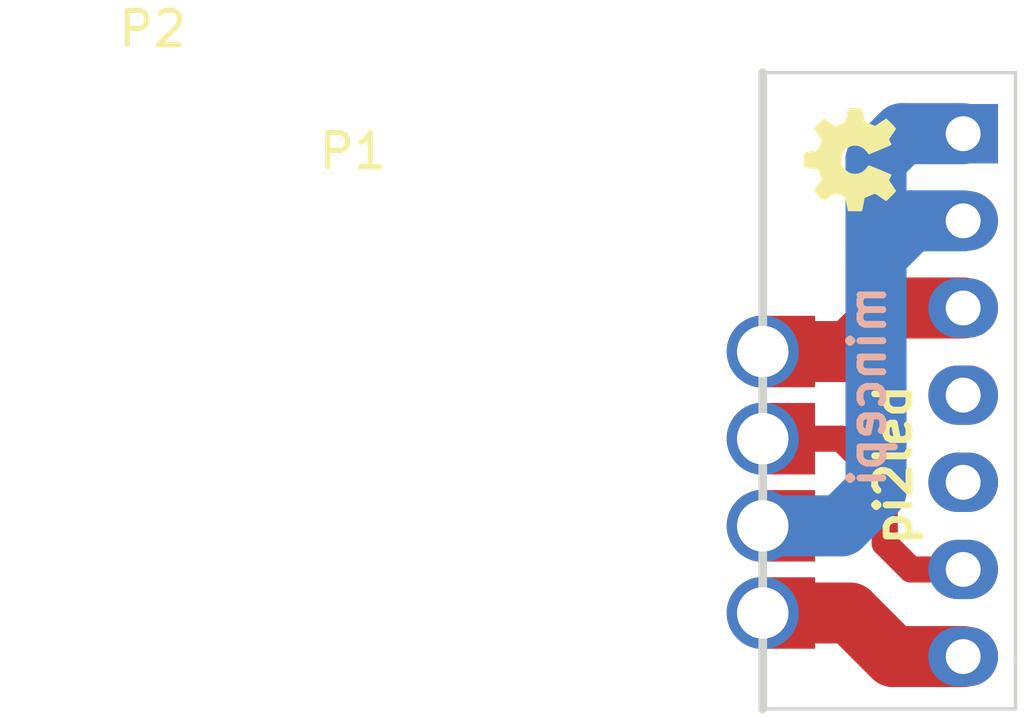
<source format=kicad_pcb>
(kicad_pcb (version 4) (host pcbnew 4.0.5+dfsg1-4)

  (general
    (links 9)
    (no_connects 3)
    (area 120.442667 99.863 150.565001 121.111001)
    (thickness 1.6)
    (drawings 7)
    (tracks 21)
    (zones 0)
    (modules 3)
    (nets 7)
  )

  (page A4)
  (layers
    (0 F.Cu signal)
    (31 B.Cu signal)
    (32 B.Adhes user)
    (33 F.Adhes user)
    (34 B.Paste user)
    (35 F.Paste user)
    (36 B.SilkS user)
    (37 F.SilkS user)
    (38 B.Mask user)
    (39 F.Mask user)
    (40 Dwgs.User user)
    (41 Cmts.User user)
    (42 Eco1.User user)
    (43 Eco2.User user)
    (44 Edge.Cuts user)
    (45 Margin user)
    (46 B.CrtYd user)
    (47 F.CrtYd user)
    (48 B.Fab user)
    (49 F.Fab user)
  )

  (setup
    (last_trace_width 0.25)
    (user_trace_width 0.508)
    (user_trace_width 0.762)
    (user_trace_width 1.016)
    (user_trace_width 1.27)
    (user_trace_width 1.524)
    (user_trace_width 1.778)
    (trace_clearance 0.2)
    (zone_clearance 0.508)
    (zone_45_only no)
    (trace_min 0.2)
    (segment_width 0.2)
    (edge_width 0.1)
    (via_size 0.6)
    (via_drill 0.4)
    (via_min_size 0.4)
    (via_min_drill 0.3)
    (uvia_size 0.3)
    (uvia_drill 0.1)
    (uvias_allowed no)
    (uvia_min_size 0)
    (uvia_min_drill 0)
    (pcb_text_width 0.3)
    (pcb_text_size 1.5 1.5)
    (mod_edge_width 0.15)
    (mod_text_size 1 1)
    (mod_text_width 0.15)
    (pad_size 1.524 2.0828)
    (pad_drill 0)
    (pad_to_mask_clearance 0)
    (aux_axis_origin 0 0)
    (visible_elements 7FFFFFFF)
    (pcbplotparams
      (layerselection 0x010f0_80000001)
      (usegerberextensions false)
      (excludeedgelayer true)
      (linewidth 0.100000)
      (plotframeref false)
      (viasonmask false)
      (mode 1)
      (useauxorigin false)
      (hpglpennumber 1)
      (hpglpenspeed 20)
      (hpglpendiameter 15)
      (hpglpenoverlay 2)
      (psnegative false)
      (psa4output false)
      (plotreference true)
      (plotvalue true)
      (plotinvisibletext false)
      (padsonsilk false)
      (subtractmaskfromsilk false)
      (outputformat 1)
      (mirror false)
      (drillshape 0)
      (scaleselection 1)
      (outputdirectory ""))
  )

  (net 0 "")
  (net 1 "Net-(P1-Pad1)")
  (net 2 "Net-(P1-Pad2)")
  (net 3 "Net-(P1-Pad3)")
  (net 4 "Net-(P1-Pad4)")
  (net 5 "Net-(P2-Pad4)")
  (net 6 "Net-(P2-Pad5)")

  (net_class Default "This is the default net class."
    (clearance 0.2)
    (trace_width 0.25)
    (via_dia 0.6)
    (via_drill 0.4)
    (uvia_dia 0.3)
    (uvia_drill 0.1)
    (add_net "Net-(P1-Pad1)")
    (add_net "Net-(P1-Pad2)")
    (add_net "Net-(P1-Pad3)")
    (add_net "Net-(P1-Pad4)")
    (add_net "Net-(P2-Pad4)")
    (add_net "Net-(P2-Pad5)")
  )

  (module Pin_Headers:Pin_Header_Straight_1x04 (layer F.Cu) (tedit 5BFA0FAD) (tstamp 5BF9F885)
    (at 142.748 110.236)
    (descr "Through hole pin header")
    (tags "pin header")
    (path /5BF9AD2F)
    (fp_text reference P1 (at -11.938 -5.842) (layer F.SilkS)
      (effects (font (size 1 1) (thickness 0.15)))
    )
    (fp_text value CONN_01X04 (at -17.272 -3.302) (layer F.Fab)
      (effects (font (size 1 1) (thickness 0.15)))
    )
    (fp_line (start -1.75 -1.75) (end -1.75 9.4) (layer F.CrtYd) (width 0.05))
    (fp_line (start 1.75 -1.75) (end 1.75 9.4) (layer F.CrtYd) (width 0.05))
    (fp_line (start -1.75 -1.75) (end 1.75 -1.75) (layer F.CrtYd) (width 0.05))
    (fp_line (start -1.75 9.4) (end 1.75 9.4) (layer F.CrtYd) (width 0.05))
    (pad 3 smd rect (at 0.762 7.62) (size 1.524 2.0828) (layers F.Cu F.Paste F.Mask)
      (net 3 "Net-(P1-Pad3)"))
    (pad 3 smd rect (at 0.762 5.08) (size 1.524 2.0828) (layers F.Cu F.Paste F.Mask)
      (net 3 "Net-(P1-Pad3)"))
    (pad 3 smd rect (at 0.762 2.54) (size 1.524 2.0828) (layers F.Cu F.Paste F.Mask)
      (net 3 "Net-(P1-Pad3)"))
    (pad 1 thru_hole circle (at 0 0) (size 2.1 2.1) (drill 1.5) (layers *.Cu *.Mask)
      (net 1 "Net-(P1-Pad1)"))
    (pad 2 thru_hole circle (at 0 2.54) (size 2.1 2.1) (drill 1.5) (layers *.Cu *.Mask)
      (net 2 "Net-(P1-Pad2)"))
    (pad 3 thru_hole circle (at 0 5.08) (size 2.1 2.1) (drill 1.5) (layers *.Cu *.Mask)
      (net 3 "Net-(P1-Pad3)"))
    (pad 4 thru_hole circle (at 0 7.62) (size 2.1 2.1) (drill 1.5) (layers *.Cu *.Mask)
      (net 4 "Net-(P1-Pad4)"))
    (pad 3 smd rect (at 0.762 0) (size 1.524 2.0828) (layers F.Cu F.Paste F.Mask)
      (net 3 "Net-(P1-Pad3)"))
    (model Pin_Headers.3dshapes/Pin_Header_Straight_1x04.wrl
      (at (xyz 0 -0.15 0))
      (scale (xyz 1 1 1))
      (rotate (xyz 0 0 90))
    )
  )

  (module Pin_Headers:Pin_Header_Straight_1x07 (layer F.Cu) (tedit 5BFA0FAA) (tstamp 5BFA0C7F)
    (at 148.59 103.886)
    (descr "Through hole pin header")
    (tags "pin header")
    (path /5BFA0621)
    (fp_text reference P2 (at -23.622 -3.048) (layer F.SilkS)
      (effects (font (size 1 1) (thickness 0.15)))
    )
    (fp_text value CONN_01X07 (at -22.606 -0.508) (layer F.Fab)
      (effects (font (size 1 1) (thickness 0.15)))
    )
    (fp_line (start -1.75 -1.75) (end -1.75 17) (layer F.CrtYd) (width 0.05))
    (fp_line (start 1.75 -1.75) (end 1.75 17) (layer F.CrtYd) (width 0.05))
    (fp_line (start -1.75 -1.75) (end 1.75 -1.75) (layer F.CrtYd) (width 0.05))
    (fp_line (start -1.75 17) (end 1.75 17) (layer F.CrtYd) (width 0.05))
    (pad 1 thru_hole rect (at 0 0) (size 2.032 1.7272) (drill 1.016) (layers *.Cu *.Mask)
      (net 3 "Net-(P1-Pad3)"))
    (pad 2 thru_hole oval (at 0 2.54) (size 2.032 1.7272) (drill 1.016) (layers *.Cu *.Mask)
      (net 3 "Net-(P1-Pad3)"))
    (pad 3 thru_hole oval (at 0 5.08) (size 2.032 1.7272) (drill 1.016) (layers *.Cu *.Mask)
      (net 1 "Net-(P1-Pad1)"))
    (pad 4 thru_hole oval (at 0 7.62) (size 2.032 1.7272) (drill 1.016) (layers *.Cu *.Mask)
      (net 5 "Net-(P2-Pad4)"))
    (pad 5 thru_hole oval (at 0 10.16) (size 2.032 1.7272) (drill 1.016) (layers *.Cu *.Mask)
      (net 6 "Net-(P2-Pad5)"))
    (pad 6 thru_hole oval (at 0 12.7) (size 2.032 1.7272) (drill 1.016) (layers *.Cu *.Mask)
      (net 2 "Net-(P1-Pad2)"))
    (pad 7 thru_hole oval (at 0 15.24) (size 2.032 1.7272) (drill 1.016) (layers *.Cu *.Mask)
      (net 4 "Net-(P1-Pad4)"))
    (model Pin_Headers.3dshapes/Pin_Header_Straight_1x07.wrl
      (at (xyz 0 -0.3 0))
      (scale (xyz 1 1 1))
      (rotate (xyz 0 0 90))
    )
  )

  (module osh-logo:osh-logo_silkscreen-front_3mm (layer F.Cu) (tedit 0) (tstamp 5BFA10FD)
    (at 145.288 104.648 90)
    (fp_text reference G*** (at 0 1.59004 90) (layer F.SilkS) hide
      (effects (font (size 0.13462 0.13462) (thickness 0.0254)))
    )
    (fp_text value osh-logo_silkscreen-front_3mm (at 0 -1.59004 90) (layer F.SilkS) hide
      (effects (font (size 0.13462 0.13462) (thickness 0.0254)))
    )
    (fp_poly (pts (xy -0.90932 1.3462) (xy -0.89154 1.33858) (xy -0.85852 1.31572) (xy -0.80772 1.2827)
      (xy -0.7493 1.2446) (xy -0.68834 1.20396) (xy -0.64008 1.17094) (xy -0.60452 1.14808)
      (xy -0.59182 1.14046) (xy -0.5842 1.143) (xy -0.55626 1.15824) (xy -0.51562 1.17856)
      (xy -0.49022 1.19126) (xy -0.45212 1.2065) (xy -0.43434 1.21158) (xy -0.4318 1.2065)
      (xy -0.41656 1.17602) (xy -0.39624 1.12776) (xy -0.3683 1.06172) (xy -0.33528 0.98552)
      (xy -0.29972 0.90424) (xy -0.2667 0.82042) (xy -0.23368 0.74168) (xy -0.2032 0.66802)
      (xy -0.18034 0.6096) (xy -0.1651 0.56896) (xy -0.15748 0.55118) (xy -0.16002 0.54864)
      (xy -0.1778 0.53086) (xy -0.21082 0.50546) (xy -0.28194 0.44704) (xy -0.35306 0.36068)
      (xy -0.39624 0.26162) (xy -0.40894 0.14986) (xy -0.39878 0.04826) (xy -0.35814 -0.04826)
      (xy -0.28956 -0.13716) (xy -0.20574 -0.2032) (xy -0.10922 -0.24384) (xy 0 -0.25654)
      (xy 0.10414 -0.24638) (xy 0.2032 -0.20574) (xy 0.2921 -0.1397) (xy 0.3302 -0.09652)
      (xy 0.381 -0.00508) (xy 0.41148 0.0889) (xy 0.41402 0.11176) (xy 0.40894 0.21844)
      (xy 0.37846 0.32004) (xy 0.32258 0.40894) (xy 0.24638 0.4826) (xy 0.23622 0.49022)
      (xy 0.20066 0.51816) (xy 0.17526 0.53594) (xy 0.15748 0.55118) (xy 0.2921 0.87376)
      (xy 0.31242 0.92456) (xy 0.35052 1.01346) (xy 0.381 1.08966) (xy 0.40894 1.15062)
      (xy 0.42672 1.19126) (xy 0.43434 1.2065) (xy 0.43434 1.2065) (xy 0.44704 1.20904)
      (xy 0.4699 1.20142) (xy 0.51562 1.17856) (xy 0.5461 1.16332) (xy 0.57912 1.14808)
      (xy 0.59436 1.14046) (xy 0.6096 1.14808) (xy 0.64262 1.1684) (xy 0.68834 1.20142)
      (xy 0.74676 1.23952) (xy 0.80264 1.27762) (xy 0.85344 1.31064) (xy 0.889 1.33604)
      (xy 0.90678 1.34366) (xy 0.90932 1.34366) (xy 0.9271 1.33604) (xy 0.95504 1.31064)
      (xy 0.99822 1.27) (xy 1.06172 1.20904) (xy 1.07188 1.19888) (xy 1.12268 1.14808)
      (xy 1.16332 1.10236) (xy 1.19126 1.07188) (xy 1.20142 1.05918) (xy 1.20142 1.05918)
      (xy 1.19126 1.0414) (xy 1.1684 1.0033) (xy 1.13538 0.9525) (xy 1.09474 0.89154)
      (xy 0.98806 0.7366) (xy 1.04648 0.59182) (xy 1.06426 0.5461) (xy 1.08712 0.49022)
      (xy 1.1049 0.45212) (xy 1.11252 0.43434) (xy 1.1303 0.42926) (xy 1.1684 0.4191)
      (xy 1.22682 0.40894) (xy 1.29794 0.39624) (xy 1.36398 0.38354) (xy 1.4224 0.37084)
      (xy 1.46558 0.36322) (xy 1.4859 0.36068) (xy 1.49098 0.3556) (xy 1.49352 0.34798)
      (xy 1.49606 0.32766) (xy 1.4986 0.28956) (xy 1.4986 0.23368) (xy 1.4986 0.14986)
      (xy 1.4986 0.14224) (xy 1.4986 0.0635) (xy 1.49606 0) (xy 1.49352 -0.0381)
      (xy 1.49098 -0.05588) (xy 1.49098 -0.05588) (xy 1.4732 -0.06096) (xy 1.43002 -0.06858)
      (xy 1.3716 -0.08128) (xy 1.30048 -0.09398) (xy 1.2954 -0.09398) (xy 1.22428 -0.10922)
      (xy 1.16586 -0.12192) (xy 1.12268 -0.12954) (xy 1.1049 -0.13716) (xy 1.10236 -0.14224)
      (xy 1.08712 -0.17018) (xy 1.0668 -0.21336) (xy 1.04394 -0.2667) (xy 1.02108 -0.32258)
      (xy 1.00076 -0.37338) (xy 0.98806 -0.40894) (xy 0.98298 -0.42672) (xy 0.98298 -0.42672)
      (xy 0.99314 -0.4445) (xy 1.01854 -0.48006) (xy 1.0541 -0.53086) (xy 1.09474 -0.59182)
      (xy 1.09728 -0.5969) (xy 1.13792 -0.65786) (xy 1.17094 -0.70866) (xy 1.1938 -0.74422)
      (xy 1.20142 -0.75946) (xy 1.20142 -0.762) (xy 1.18872 -0.77978) (xy 1.15824 -0.8128)
      (xy 1.11252 -0.85852) (xy 1.06172 -0.91186) (xy 1.04394 -0.9271) (xy 0.98552 -0.98552)
      (xy 0.94488 -1.02108) (xy 0.91948 -1.0414) (xy 0.90932 -1.04648) (xy 0.90678 -1.04648)
      (xy 0.889 -1.03632) (xy 0.8509 -1.01092) (xy 0.8001 -0.97536) (xy 0.73914 -0.93472)
      (xy 0.7366 -0.93218) (xy 0.67564 -0.89154) (xy 0.62484 -0.85598) (xy 0.58928 -0.83312)
      (xy 0.57404 -0.8255) (xy 0.5715 -0.8255) (xy 0.54864 -0.83058) (xy 0.50546 -0.84582)
      (xy 0.45212 -0.86614) (xy 0.39624 -0.889) (xy 0.34544 -0.90932) (xy 0.30988 -0.9271)
      (xy 0.2921 -0.93726) (xy 0.28956 -0.93726) (xy 0.28448 -0.96012) (xy 0.27432 -1.00584)
      (xy 0.26162 -1.0668) (xy 0.24638 -1.14046) (xy 0.24384 -1.15062) (xy 0.23114 -1.22428)
      (xy 0.22098 -1.2827) (xy 0.21082 -1.32334) (xy 0.20828 -1.34112) (xy 0.19812 -1.34112)
      (xy 0.16256 -1.34366) (xy 0.10922 -1.3462) (xy 0.04318 -1.3462) (xy -0.02286 -1.3462)
      (xy -0.0889 -1.3462) (xy -0.14478 -1.34366) (xy -0.18542 -1.34112) (xy -0.2032 -1.33604)
      (xy -0.2032 -1.33604) (xy -0.20828 -1.31318) (xy -0.21844 -1.27) (xy -0.23114 -1.2065)
      (xy -0.24638 -1.13284) (xy -0.24892 -1.12014) (xy -0.26162 -1.04902) (xy -0.27432 -0.9906)
      (xy -0.28194 -0.94996) (xy -0.28702 -0.93472) (xy -0.2921 -0.93218) (xy -0.32258 -0.91694)
      (xy -0.37084 -0.89916) (xy -0.42926 -0.87376) (xy -0.56642 -0.81788) (xy -0.73406 -0.93472)
      (xy -0.7493 -0.94488) (xy -0.81026 -0.98552) (xy -0.86106 -1.01854) (xy -0.89662 -1.0414)
      (xy -0.90932 -1.04902) (xy -0.91186 -1.04902) (xy -0.9271 -1.03378) (xy -0.96012 -1.0033)
      (xy -1.00584 -0.95758) (xy -1.05918 -0.90678) (xy -1.09982 -0.86614) (xy -1.14554 -0.82042)
      (xy -1.17348 -0.7874) (xy -1.19126 -0.76708) (xy -1.19634 -0.75438) (xy -1.1938 -0.74676)
      (xy -1.18364 -0.72898) (xy -1.15824 -0.69342) (xy -1.12522 -0.64008) (xy -1.08458 -0.58166)
      (xy -1.04902 -0.53086) (xy -1.01346 -0.47498) (xy -0.9906 -0.43434) (xy -0.98044 -0.41656)
      (xy -0.98298 -0.4064) (xy -0.99568 -0.37338) (xy -1.016 -0.32512) (xy -1.0414 -0.26416)
      (xy -1.09982 -0.13208) (xy -1.18618 -0.1143) (xy -1.23952 -0.10414) (xy -1.31318 -0.09144)
      (xy -1.3843 -0.0762) (xy -1.49606 -0.05588) (xy -1.4986 0.34798) (xy -1.48082 0.3556)
      (xy -1.46558 0.36068) (xy -1.42494 0.37084) (xy -1.36652 0.381) (xy -1.29794 0.3937)
      (xy -1.23698 0.4064) (xy -1.17856 0.41656) (xy -1.13538 0.42418) (xy -1.1176 0.42926)
      (xy -1.11252 0.43434) (xy -1.09728 0.46482) (xy -1.07696 0.51054) (xy -1.0541 0.56388)
      (xy -1.0287 0.6223) (xy -1.00838 0.6731) (xy -0.99314 0.71374) (xy -0.98806 0.73406)
      (xy -0.99568 0.7493) (xy -1.01854 0.78486) (xy -1.05156 0.83566) (xy -1.0922 0.89408)
      (xy -1.13284 0.9525) (xy -1.16586 1.0033) (xy -1.19126 1.03886) (xy -1.19888 1.05664)
      (xy -1.1938 1.0668) (xy -1.17094 1.09474) (xy -1.12776 1.14046) (xy -1.06172 1.2065)
      (xy -1.04902 1.21666) (xy -0.99822 1.26746) (xy -0.9525 1.3081) (xy -0.92202 1.33604)
      (xy -0.90932 1.3462)) (layer F.SilkS) (width 0.00254))
  )

  (gr_text mincepi (at 145.796 111.252 90) (layer B.SilkS)
    (effects (font (size 1 1) (thickness 0.2)) (justify mirror))
  )
  (gr_text pi2led (at 146.558 113.538 90) (layer F.SilkS)
    (effects (font (size 1 1) (thickness 0.2)))
  )
  (gr_line (start 150.114 119.38) (end 150.114 119.126) (angle 90) (layer Edge.Cuts) (width 0.1))
  (gr_line (start 142.748 120.65) (end 150.114 120.65) (angle 90) (layer Edge.Cuts) (width 0.1))
  (gr_line (start 142.748 102.108) (end 142.748 120.65) (angle 90) (layer Edge.Cuts) (width 0.254))
  (gr_line (start 150.114 102.108) (end 142.748 102.108) (angle 90) (layer Edge.Cuts) (width 0.1))
  (gr_line (start 150.114 120.65) (end 150.114 102.108) (angle 90) (layer Edge.Cuts) (width 0.1))

  (segment (start 142.748 110.236) (end 145.288 110.236) (width 1.778) (layer F.Cu) (net 1))
  (segment (start 146.558 108.966) (end 148.59 108.966) (width 1.778) (layer F.Cu) (net 1) (tstamp 5BFA0CD5))
  (segment (start 145.288 110.236) (end 146.558 108.966) (width 1.778) (layer F.Cu) (net 1) (tstamp 5BFA0CCF))
  (segment (start 143.51 112.776) (end 142.748 112.776) (width 0.762) (layer F.Cu) (net 2))
  (segment (start 143.51 112.776) (end 145.034 112.776) (width 0.762) (layer F.Cu) (net 2))
  (segment (start 147.066 116.586) (end 148.59 116.586) (width 0.762) (layer F.Cu) (net 2) (tstamp 5BFA0D0A))
  (segment (start 146.304 115.824) (end 147.066 116.586) (width 0.762) (layer F.Cu) (net 2) (tstamp 5BFA0D07))
  (segment (start 146.304 114.046) (end 146.304 115.824) (width 0.762) (layer F.Cu) (net 2) (tstamp 5BFA0D05))
  (segment (start 145.034 112.776) (end 146.304 114.046) (width 0.762) (layer F.Cu) (net 2) (tstamp 5BFA0CFE))
  (segment (start 148.59 103.886) (end 146.812 103.886) (width 1.778) (layer B.Cu) (net 3))
  (segment (start 146.05 104.648) (end 146.05 107.442) (width 1.778) (layer B.Cu) (net 3) (tstamp 5BFA0D62))
  (segment (start 146.812 103.886) (end 146.05 104.648) (width 1.778) (layer B.Cu) (net 3) (tstamp 5BFA0D5F))
  (segment (start 142.748 115.316) (end 145.034 115.316) (width 1.778) (layer B.Cu) (net 3))
  (segment (start 147.066 106.426) (end 148.59 106.426) (width 1.778) (layer B.Cu) (net 3) (tstamp 5BFA0D5B))
  (segment (start 146.05 107.442) (end 147.066 106.426) (width 1.778) (layer B.Cu) (net 3) (tstamp 5BFA0D59))
  (segment (start 146.05 114.3) (end 146.05 107.442) (width 1.778) (layer B.Cu) (net 3) (tstamp 5BFA0D56))
  (segment (start 145.034 115.316) (end 146.05 114.3) (width 1.778) (layer B.Cu) (net 3) (tstamp 5BFA0D51))
  (segment (start 143.51 117.856) (end 142.748 117.856) (width 1.778) (layer F.Cu) (net 4))
  (segment (start 143.51 117.856) (end 145.288 117.856) (width 1.778) (layer F.Cu) (net 4))
  (segment (start 146.558 119.126) (end 148.59 119.126) (width 1.778) (layer F.Cu) (net 4) (tstamp 5BFA0CCC))
  (segment (start 145.288 117.856) (end 146.558 119.126) (width 1.778) (layer F.Cu) (net 4) (tstamp 5BFA0CC9))

)

</source>
